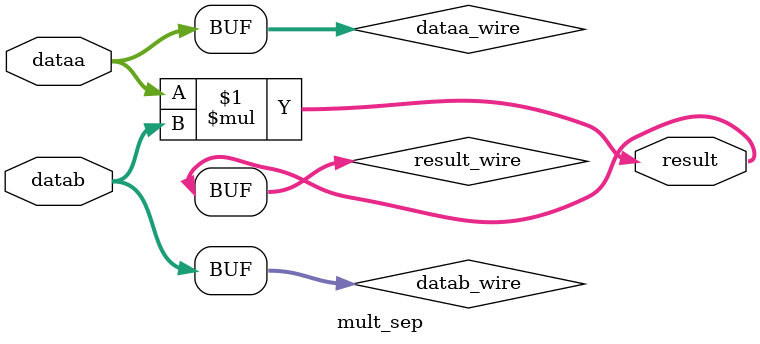
<source format=v>






//synthesis_resources = 
//synopsys translate_off
`timescale 1 ps / 1 ps
//synopsys translate_on
module  mult_sep
	( 
	dataa,
	datab,
	result) /* synthesis synthesis_clearbox=1 */;
	input   [31:0]  dataa;
	input   [7:0]  datab;
	output   [39:0]  result;

	wire signed	[31:0]    dataa_wire;
	wire signed	[7:0]    datab_wire;
	wire signed	[39:0]    result_wire;



	assign dataa_wire = dataa;
	assign datab_wire = datab;
	assign result_wire = dataa_wire * datab_wire;
	assign result = ({result_wire[39:0]});

endmodule //mult_sep
//VALID FILE

</source>
